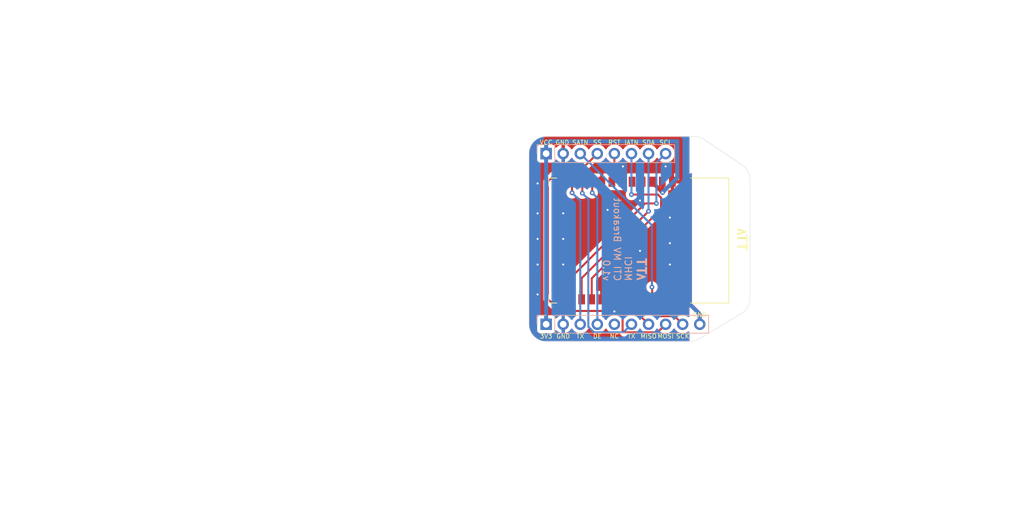
<source format=kicad_pcb>
(kicad_pcb (version 20240108) (generator "pcbnew") (generator_version "8.0")
  (layers (0 "F.Cu" signal) (31 "B.Cu" signal) (34 "B.Paste" user) (35 "F.Paste" user) (36 "B.SilkS" user "B.Silkscreen") (37 "F.SilkS" user "F.Silkscreen") (38 "B.Mask" user) (39 "F.Mask" user) (44 "Edge.Cuts" user))
  (net 0 "")
  (net 1 "SPI_MISO")
  (net 2 "CTI_RESET")
  (net 3 "SPI_SCK")
  (net 4 "I2C_nATTN")
  (net 5 "I2C_SCL")
  (net 6 "SPI_MOSI")
  (net 7 "GND")
  (net 8 "VCC")
  (net 9 "I2C_SDA")
  (net 10 "SPI_nSS")
  (net 11 "DMX_TX")
  (net 12 "SPI_nATTN")
  (net 13 "DMX_DE")
  (net 14 "DMX_RE")
  (net 15 "DMX_RX")
  (net 16 "/CTI_JTAG_TMS")
  (net 17 "/CTI_JTAG_TCK")
  (footprint "MHCI:CTI-5994" (layer "F.Cu") (at 191.5668 86.599996 -90)
    (property "Reference" "U2" (hide yes))
    (property "Value" "~")
    (fp_line (start -8.1 8.3) (end -9.3 8.3) (stroke (width 0.12)) (layer "F.SilkS"))
    (fp_line (start 8.1 8.3) (end 9.3 8.3) (stroke (width 0.12)) (layer "F.SilkS"))
    (fp_line (start -9.3 7.1) (end -9.3 8.3) (stroke (width 0.12)) (layer "F.SilkS"))
    (fp_line (start 9.3 7.1) (end 9.3 8.3) (stroke (width 0.12)) (layer "F.SilkS"))
    (fp_line (start 9.3 -12.8) (end 9.3 -18.4) (stroke (width 0.12)) (layer "F.SilkS"))
    (fp_line (start 9.3 -18.4) (end 9.3 -18.5) (stroke (width 0.12)) (layer "F.SilkS"))
    (fp_line (start -9.3 -18.5) (end -9.3 -12.8) (stroke (width 0.12)) (layer "F.SilkS"))
    (fp_line (start 9.3 -18.5) (end -9.3 -18.5) (stroke (width 0.12)) (layer "F.SilkS"))
    (pad "1" smd rect (at -8.75 -10.1 270) (size 1.5 1) (layers "F.Cu" "F.Paste" "F.Mask") (net 7 "GND"))
    (pad "2" smd rect (at -8.75 -8.6 270) (size 1.5 1) (layers "F.Cu" "F.Paste" "F.Mask") (net 8 "VCC"))
    (pad "3" smd rect (at -8.75 -7.1 270) (size 1.5 1) (layers "F.Cu" "F.Paste" "F.Mask") (net 8 "VCC"))
    (pad "4" smd rect (at -8.75 -5.6 270) (size 1.5 1) (layers "F.Cu" "F.Paste" "F.Mask") (net 7 "GND"))
    (pad "5" smd rect (at -8.75 -4.1 270) (size 1.5 1) (layers "F.Cu" "F.Paste" "F.Mask") (net 16 "/CTI_JTAG_TMS"))
    (pad "6" smd rect (at -8.75 -2.6 270) (size 1.5 1) (layers "F.Cu" "F.Paste" "F.Mask") (net 17 "/CTI_JTAG_TCK"))
    (pad "7" smd rect (at -8.75 -1.1 270) (size 1.5 1) (layers "F.Cu" "F.Paste" "F.Mask") (net 2 "CTI_RESET"))
    (pad "8" smd rect (at -8.75 0.4 270) (size 1.5 1) (layers "F.Cu" "F.Paste" "F.Mask") (net 7 "GND"))
    (pad "9" smd rect (at -8.75 1.9 270) (size 1.5 1) (layers "F.Cu" "F.Paste" "F.Mask") (net 13 "DMX_DE"))
    (pad "10" smd rect (at -8.75 3.4 270) (size 1.5 1) (layers "F.Cu" "F.Paste" "F.Mask") (net 15 "DMX_RX"))
    (pad "11" smd rect (at -8.75 4.9 270) (size 1.5 1) (layers "F.Cu" "F.Paste" "F.Mask") (net 11 "DMX_TX"))
    (pad "12" smd rect (at -8.75 6.4 270) (size 1.5 1) (layers "F.Cu" "F.Paste" "F.Mask") (net 7 "GND"))
    (pad "13" smd rect (at 8.75 6.4 270) (size 1.5 1) (layers "F.Cu" "F.Paste" "F.Mask") (net 7 "GND"))
    (pad "14" smd rect (at 8.75 4.9 270) (size 1.5 1) (layers "F.Cu" "F.Paste" "F.Mask") (net 5 "I2C_SCL"))
    (pad "15" smd rect (at 8.75 3.4 270) (size 1.5 1) (layers "F.Cu" "F.Paste" "F.Mask") (net 9 "I2C_SDA"))
    (pad "16" smd rect (at 8.75 1.9 270) (size 1.5 1) (layers "F.Cu" "F.Paste" "F.Mask") (net 4 "I2C_nATTN"))
    (pad "17" smd rect (at 8.75 0.4 270) (size 1.5 1) (layers "F.Cu" "F.Paste" "F.Mask") (net 7 "GND"))
    (pad "18" smd rect (at 8.75 -1.1 270) (size 1.5 1) (layers "F.Cu" "F.Paste" "F.Mask") (net 10 "SPI_nSS"))
    (pad "19" smd rect (at 8.75 -2.6 270) (size 1.5 1) (layers "F.Cu" "F.Paste" "F.Mask") (net 6 "SPI_MOSI"))
    (pad "20" smd rect (at 8.75 -4.1 270) (size 1.5 1) (layers "F.Cu" "F.Paste" "F.Mask") (net 1 "SPI_MISO"))
    (pad "21" smd rect (at 8.75 -5.6 270) (size 1.5 1) (layers "F.Cu" "F.Paste" "F.Mask") (net 3 "SPI_SCK"))
    (pad "22" smd rect (at 8.75 -7.1 270) (size 1.5 1) (layers "F.Cu" "F.Paste" "F.Mask") (net 12 "SPI_nATTN"))
    (pad "23" smd rect (at 8.75 -8.6 270) (size 1.5 1) (layers "F.Cu" "F.Paste" "F.Mask") (net 7 "GND"))
    (pad "24" smd rect (at 8.75 -10.1 270) (size 1.5 1) (layers "F.Cu" "F.Paste" "F.Mask") (net 7 "GND"))
    (zone (net 0) (net_name "") (layer "F.Cu") (name "Antenna Zone") (connect_pads (clearance 0)) (min_thickness 0.25)
      (keepout (tracks allowed) (vias not_allowed) (pads not_allowed) (copperpour not_allowed) (footprints not_allowed))
      (fill (thermal_gap 0.5) (thermal_bridge_width 0.5))
      (polygon (pts (xy 204.5668 105.599996) (xy 219.7668 105.599996) (xy 219.7668 67.599996) (xy 204.5668 67.599996)))
    )
  )
  (footprint "Connector_PinHeader_2.54mm:PinHeader_1x08_P2.54mm_Vertical" (layer "B.Cu") (at 182.88 73.66 -90)
    (property "Reference" "J2" (hide yes))
    (property "Value" "Conn_01x08")
    (fp_line (start -1.33 1.33) (end -1.33 0) (stroke (width 0.12)) (layer "B.SilkS"))
    (fp_line (start 0 1.33) (end -1.33 1.33) (stroke (width 0.12)) (layer "B.SilkS"))
    (fp_line (start 1.33 -1.27) (end -1.33 -1.27) (stroke (width 0.12)) (layer "B.SilkS"))
    (fp_line (start -1.33 -19.11) (end -1.33 -1.27) (stroke (width 0.12)) (layer "B.SilkS"))
    (fp_line (start 1.33 -19.11) (end 1.33 -1.27) (stroke (width 0.12)) (layer "B.SilkS"))
    (fp_line (start 1.33 -19.11) (end -1.33 -19.11) (stroke (width 0.12)) (layer "B.SilkS"))
    (pad "1" thru_hole rect (at 0 0 270) (size 1.7 1.7) (drill 1) (layers "*.Cu" "*.Mask") (net 8 "VCC"))
    (pad "2" thru_hole oval (at 0 -2.54 270) (size 1.7 1.7) (drill 1) (layers "*.Cu" "*.Mask") (net 7 "GND"))
    (pad "3" thru_hole oval (at 0 -5.08 270) (size 1.7 1.7) (drill 1) (layers "*.Cu" "*.Mask") (net 12 "SPI_nATTN"))
    (pad "4" thru_hole oval (at 0 -7.62 270) (size 1.7 1.7) (drill 1) (layers "*.Cu" "*.Mask") (net 10 "SPI_nSS"))
    (pad "5" thru_hole oval (at 0 -10.16 270) (size 1.7 1.7) (drill 1) (layers "*.Cu" "*.Mask") (net 2 "CTI_RESET"))
    (pad "6" thru_hole oval (at 0 -12.7 270) (size 1.7 1.7) (drill 1) (layers "*.Cu" "*.Mask") (net 4 "I2C_nATTN"))
    (pad "7" thru_hole oval (at 0 -15.24 270) (size 1.7 1.7) (drill 1) (layers "*.Cu" "*.Mask") (net 9 "I2C_SDA"))
    (pad "8" thru_hole oval (at 0 -17.78 270) (size 1.7 1.7) (drill 1) (layers "*.Cu" "*.Mask") (net 5 "I2C_SCL"))
  )
  (footprint "Connector_PinHeader_2.54mm:PinHeader_1x10_P2.54mm_Vertical" (layer "B.Cu") (at 182.88 99.06 -90)
    (property "Reference" "J1" (hide yes))
    (property "Value" "Conn_01x10")
    (fp_line (start -1.33 1.33) (end -1.33 0) (stroke (width 0.12)) (layer "B.SilkS"))
    (fp_line (start 0 1.33) (end -1.33 1.33) (stroke (width 0.12)) (layer "B.SilkS"))
    (fp_line (start 1.33 -1.27) (end -1.33 -1.27) (stroke (width 0.12)) (layer "B.SilkS"))
    (fp_line (start -1.33 -24.19) (end -1.33 -1.27) (stroke (width 0.12)) (layer "B.SilkS"))
    (fp_line (start 1.33 -24.19) (end 1.33 -1.27) (stroke (width 0.12)) (layer "B.SilkS"))
    (fp_line (start 1.33 -24.19) (end -1.33 -24.19) (stroke (width 0.12)) (layer "B.SilkS"))
    (pad "1" thru_hole rect (at 0 0 270) (size 1.7 1.7) (drill 1) (layers "*.Cu" "*.Mask") (net 8 "VCC"))
    (pad "2" thru_hole oval (at 0 -2.54 270) (size 1.7 1.7) (drill 1) (layers "*.Cu" "*.Mask") (net 7 "GND"))
    (pad "3" thru_hole oval (at 0 -5.08 270) (size 1.7 1.7) (drill 1) (layers "*.Cu" "*.Mask") (net 11 "DMX_TX"))
    (pad "4" thru_hole oval (at 0 -7.62 270) (size 1.7 1.7) (drill 1) (layers "*.Cu" "*.Mask") (net 13 "DMX_DE"))
    (pad "5" thru_hole oval (at 0 -10.16 270) (size 1.7 1.7) (drill 1) (layers "*.Cu" "*.Mask") (net 14 "DMX_RE"))
    (pad "6" thru_hole oval (at 0 -12.7 270) (size 1.7 1.7) (drill 1) (layers "*.Cu" "*.Mask") (net 15 "DMX_RX"))
    (pad "7" thru_hole oval (at 0 -15.24 270) (size 1.7 1.7) (drill 1) (layers "*.Cu" "*.Mask") (net 1 "SPI_MISO"))
    (pad "8" thru_hole oval (at 0 -17.78 270) (size 1.7 1.7) (drill 1) (layers "*.Cu" "*.Mask") (net 6 "SPI_MOSI"))
    (pad "9" thru_hole oval (at 0 -20.32 270) (size 1.7 1.7) (drill 1) (layers "*.Cu" "*.Mask") (net 3 "SPI_SCK"))
    (pad "10" thru_hole oval (at 0 -22.86 270) (size 1.7 1.7) (drill 1) (layers "*.Cu" "*.Mask") (net 7 "GND"))
  )
  (gr_poly (pts (xy 196.361999 91.51) (xy 197.672 91.95) (xy 197.672 92.06) (xy 196.362 92.5) (xy 196.361999 92.27) (xy 197.232 92.01) (xy 196.362 91.74)) (stroke (width 0.05)) (fill solid) (layer "B.SilkS"))
  (gr_poly (pts (xy 211.327999 85.778) (xy 212.637999 85.338) (xy 212.638 85.228) (xy 211.328 84.788) (xy 211.327999 85.018) (xy 212.198 85.278) (xy 211.328 85.548)) (stroke (width 0.05)) (fill solid) (layer "F.SilkS"))
  (gr_line (start 213.221062 77.47) (end 213.221062 95.25) (stroke (width 0.05)) (layer "Edge.Cuts"))
  (gr_arc (start 213.221062 95.25) (mid 212.841715 96.585357) (end 211.816985 97.521845) (stroke (width 0.05)) (layer "Edge.Cuts"))
  (gr_line (start 212.09 75.356592) (end 206.375 71.546592) (stroke (width 0.05)) (layer "Edge.Cuts"))
  (gr_arc (start 205.74 101.173408) (mid 205.067113 101.491014) (end 204.331062 101.6) (stroke (width 0.05)) (layer "Edge.Cuts"))
  (gr_line (start 205.74 101.173408) (end 211.816985 97.521845) (stroke (width 0.05)) (layer "Edge.Cuts"))
  (gr_line (start 204.331062 101.6) (end 182.88 101.6) (stroke (width 0.05)) (layer "Edge.Cuts"))
  (gr_line (start 182.88 71.12) (end 204.966062 71.12) (stroke (width 0.05)) (layer "Edge.Cuts"))
  (gr_arc (start 212.09 75.356592) (mid 212.920515 76.271481) (end 213.221062 77.47) (stroke (width 0.05)) (layer "Edge.Cuts"))
  (gr_arc (start 204.966062 71.12) (mid 205.702113 71.228986) (end 206.375 71.546592) (stroke (width 0.05)) (layer "Edge.Cuts"))
  (gr_arc (start 180.34 73.66) (mid 181.083949 71.863949) (end 182.88 71.12) (stroke (width 0.05)) (layer "Edge.Cuts"))
  (gr_line (start 180.34 99.06) (end 180.34 73.66) (stroke (width 0.05)) (layer "Edge.Cuts"))
  (gr_arc (start 182.88 101.6) (mid 181.083949 100.856051) (end 180.34 99.06) (stroke (width 0.05)) (layer "Edge.Cuts"))
  (gr_text "TT" (at 196.972 90.42 -90) (layer "B.SilkS") (effects (font (size 1.5 1.5) (thickness 0.3) (bold yes)) (justify mirror)))
  (gr_text "MHCI\nCTI MV Breakout\nv1.0" (at 191.262 92.71 -90) (layer "B.SilkS") (effects (font (size 1 1)) (justify left bottom mirror)))
  (gr_text "SCL" (at 200.66 72.39 0) (layer "F.SilkS") (effects (font (size 0.66 0.66) (thickness 0.1)) (justify bottom)))
  (gr_text "MISO" (at 198.12 100.457 0) (layer "F.SilkS") (effects (font (size 0.66 0.66) (thickness 0.1)) (justify top)))
  (gr_text "NC" (at 193.04 100.457 0) (layer "F.SilkS") (effects (font (size 0.66 0.66) (thickness 0.1)) (justify top)))
  (gr_text "GND" (at 185.293 72.39 0) (layer "F.SilkS") (effects (font (size 0.66 0.66) (thickness 0.1)) (justify bottom)))
  (gr_text "GND" (at 205.74 97.282 0) (layer "F.SilkS") (effects (font (size 0.66 0.66) (thickness 0.1)) (justify top)))
  (gr_text "3V3" (at 182.88 100.457 0) (layer "F.SilkS") (effects (font (size 0.66 0.66) (thickness 0.1)) (justify top)))
  (gr_text "RST" (at 193.04 72.39 0) (layer "F.SilkS") (effects (font (size 0.66 0.66) (thickness 0.1)) (justify bottom)))
  (gr_text "VCC" (at 182.88 72.39 0) (layer "F.SilkS") (effects (font (size 0.66 0.66) (thickness 0.1)) (justify bottom)))
  (gr_text "MOSI" (at 200.66 100.457 0) (layer "F.SilkS") (effects (font (size 0.66 0.66) (thickness 0.1)) (justify top)))
  (gr_text "TT" (at 211.938 86.868 -90) (layer "F.SilkS") (effects (font (size 1.5 1.5) (thickness 0.3) (bold yes))))
  (gr_text "SCK" (at 203.2 100.457 0) (layer "F.SilkS") (effects (font (size 0.66 0.66) (thickness 0.1)) (justify top)))
  (gr_text "TX" (at 187.96 100.457 0) (layer "F.SilkS") (effects (font (size 0.66 0.66) (thickness 0.1)) (justify top)))
  (gr_text "IATN" (at 195.58 72.39 0) (layer "F.SilkS") (effects (font (size 0.66 0.66) (thickness 0.1)) (justify bottom)))
  (gr_text "SDA" (at 198.12 72.39 0) (layer "F.SilkS") (effects (font (size 0.66 0.66) (thickness 0.1)) (justify bottom)))
  (gr_text "TX" (at 195.58 100.457 0) (layer "F.SilkS") (effects (font (size 0.66 0.66) (thickness 0.1)) (justify top)))
  (gr_text "DE" (at 190.5 100.457 0) (layer "F.SilkS") (effects (font (size 0.66 0.66) (thickness 0.1)) (justify top)))
  (gr_text "SS" (at 190.5 72.39 0) (layer "F.SilkS") (effects (font (size 0.66 0.66) (thickness 0.1)) (justify bottom)))
  (gr_text "SATN" (at 187.96 72.39 0) (layer "F.SilkS") (effects (font (size 0.66 0.66) (thickness 0.1)) (justify bottom)))
  (gr_text "GND" (at 185.42 100.457 0) (layer "F.SilkS") (effects (font (size 0.66 0.66) (thickness 0.1)) (justify top)))
  (segment (start 195.6668 96.6068) (end 195.6668 95.349996) (width 0.3) (layer "F.Cu") (net 1))
  (segment (start 198.12 99.06) (end 195.6668 96.6068) (width 0.3) (layer "F.Cu") (net 1))
  (segment (start 193.04 77.476796) (end 192.6668 77.849996) (width 0.3) (layer "F.Cu") (net 2))
  (segment (start 193.04 73.66) (end 193.04 77.476796) (width 0.3) (layer "F.Cu") (net 2))
  (segment (start 199.3584 97.86) (end 197.1668 95.6684) (width 0.3) (layer "F.Cu") (net 3))
  (segment (start 197.1668 95.6684) (end 197.1668 95.349996) (width 0.3) (layer "F.Cu") (net 3))
  (segment (start 203.2 99.06) (end 202 97.86) (width 0.3) (layer "F.Cu") (net 3))
  (segment (start 202 97.86) (end 199.3584 97.86) (width 0.3) (layer "F.Cu") (net 3))
  (segment (start 189.6668 92.2224) (end 199.9884 81.9008) (width 0.3) (layer "F.Cu") (net 4))
  (segment (start 199.9884 81.9008) (end 199.9884 80.22805) (width 0.3) (layer "F.Cu") (net 4))
  (segment (start 199.9884 80.22805) (end 199.51635 79.756) (width 0.3) (layer "F.Cu") (net 4))
  (segment (start 199.51635 79.756) (end 195.58 79.756) (width 0.3) (layer "F.Cu") (net 4))
  (segment (start 189.6668 95.349996) (end 189.6668 92.2224) (width 0.3) (layer "F.Cu") (net 4))
  (via (at 195.58 79.756) (size 0.7) (drill 0.3) (layers "F.Cu" "B.Cu") (net 4))
  (segment (start 195.58 79.756) (end 195.58 73.66) (width 0.3) (layer "B.Cu") (net 4))
  (segment (start 197.612 81.0768) (end 186.6668 92.022) (width 0.3) (layer "F.Cu") (net 5))
  (segment (start 199.2884 81.0768) (end 197.612 81.0768) (width 0.3) (layer "F.Cu") (net 5))
  (segment (start 186.6668 92.022) (end 186.6668 95.349996) (width 0.3) (layer "F.Cu") (net 5))
  (via (at 199.2884 81.0768) (size 0.7) (drill 0.3) (layers "F.Cu" "B.Cu") (net 5))
  (segment (start 199.2884 75.0316) (end 200.66 73.66) (width 0.3) (layer "B.Cu") (net 5))
  (segment (start 199.2884 81.0768) (end 199.2884 75.0316) (width 0.3) (layer "B.Cu") (net 5))
  (segment (start 194.2592 95.442396) (end 194.1668 95.349996) (width 0.3) (layer "F.Cu") (net 6))
  (segment (start 199.46 100.26) (end 194.544799 100.26) (width 0.3) (layer "F.Cu") (net 6))
  (segment (start 194.544799 100.26) (end 194.2592 99.974401) (width 0.3) (layer "F.Cu") (net 6))
  (segment (start 194.2592 99.974401) (end 194.2592 95.442396) (width 0.3) (layer "F.Cu") (net 6))
  (segment (start 200.66 99.06) (end 199.46 100.26) (width 0.3) (layer "F.Cu") (net 6))
  (segment (start 205.74 99.06) (end 205.74 97.549937) (width 0.6) (layer "F.Cu") (net 7))
  (segment (start 205.74 97.549937) (end 204.202063 96.012) (width 0.6) (layer "F.Cu") (net 7))
  (segment (start 204.202063 96.012) (end 203.454 96.012) (width 0.6) (layer "F.Cu") (net 7))
  (via (at 181.61 94.615) (size 0.7) (drill 0.3) (layers "F.Cu" "B.Cu") (net 7))
  (via (at 185.42 82.55) (size 0.7) (drill 0.3) (layers "F.Cu" "B.Cu") (net 7))
  (via (at 193.04 97.155) (size 0.7) (drill 0.3) (layers "F.Cu" "B.Cu") (net 7))
  (via (at 181.61 90.17) (size 0.7) (drill 0.3) (layers "F.Cu" "B.Cu") (net 7))
  (via (at 201.295 90.17) (size 0.7) (drill 0.3) (layers "F.Cu" "B.Cu") (net 7))
  (via (at 185.42 90.17) (size 0.7) (drill 0.3) (layers "F.Cu" "B.Cu") (net 7))
  (via (at 192.024 82.042) (size 0.7) (drill 0.3) (layers "F.Cu" "B.Cu") (net 7))
  (via (at 194.31 75.565) (size 0.7) (drill 0.3) (layers "F.Cu" "B.Cu") (net 7))
  (via (at 181.61 82.55) (size 0.7) (drill 0.3) (layers "F.Cu" "B.Cu") (net 7))
  (via (at 200.66 75.565) (size 0.7) (drill 0.3) (layers "F.Cu" "B.Cu") (net 7))
  (via (at 185.42 86.36) (size 0.7) (drill 0.3) (layers "F.Cu" "B.Cu") (net 7))
  (via (at 196.85 80.645) (size 0.7) (drill 0.3) (layers "F.Cu" "B.Cu") (net 7))
  (via (at 201.295 83.185) (size 0.7) (drill 0.3) (layers "F.Cu" "B.Cu") (net 7))
  (via (at 181.61 86.36) (size 0.7) (drill 0.3) (layers "F.Cu" "B.Cu") (net 7))
  (via (at 196.85 88.138) (size 0.7) (drill 0.3) (layers "F.Cu" "B.Cu") (net 7))
  (via (at 201.295 86.995) (size 0.7) (drill 0.3) (layers "F.Cu" "B.Cu") (net 7))
  (via (at 181.61 78.105) (size 0.7) (drill 0.3) (layers "F.Cu" "B.Cu") (net 7))
  (segment (start 205.74 97.549937) (end 204.202063 96.012) (width 0.6) (layer "B.Cu") (net 7))
  (segment (start 204.202063 96.012) (end 203.454 96.012) (width 0.6) (layer "B.Cu") (net 7))
  (segment (start 205.74 99.06) (end 205.74 97.549937) (width 0.6) (layer "B.Cu") (net 7))
  (segment (start 200.2028 79.4512) (end 200.2028 77.885996) (width 0.6) (layer "F.Cu") (net 8))
  (segment (start 198.6668 77.849996) (end 198.6668 77.9152) (width 0.6) (layer "F.Cu") (net 8))
  (segment (start 198.6668 77.9152) (end 200.2028 79.4512) (width 0.6) (layer "F.Cu") (net 8))
  (segment (start 200.2028 77.885996) (end 200.1668 77.849996) (width 0.6) (layer "F.Cu") (net 8))
  (via (at 200.2028 79.4512) (size 0.7) (drill 0.3) (layers "F.Cu" "B.Cu") (net 8))
  (segment (start 202.3872 71.8312) (end 202.3872 77.2668) (width 0.6) (layer "B.Cu") (net 8))
  (segment (start 202.3872 77.2668) (end 200.2028 79.4512) (width 0.6) (layer "B.Cu") (net 8))
  (segment (start 182.88 99.06) (end 182.88 73.66) (width 0.6) (layer "B.Cu") (net 8))
  (segment (start 183.2588 71.8312) (end 202.3872 71.8312) (width 0.6) (layer "B.Cu") (net 8))
  (segment (start 182.88 72.21) (end 183.2588 71.8312) (width 0.6) (layer "B.Cu") (net 8))
  (segment (start 182.88 73.66) (end 182.88 72.21) (width 0.6) (layer "B.Cu") (net 8))
  (segment (start 188.1668 92.1984) (end 188.1668 95.349996) (width 0.3) (layer "F.Cu") (net 9))
  (segment (start 198.12 82.2452) (end 188.1668 92.1984) (width 0.3) (layer "F.Cu") (net 9))
  (via (at 198.12 82.2452) (size 0.7) (drill 0.3) (layers "F.Cu" "B.Cu") (net 9))
  (segment (start 198.12 82.2452) (end 198.12 73.66) (width 0.3) (layer "B.Cu") (net 9))
  (segment (start 192.6668 95.349996) (end 192.6668 95.599996) (width 0.3) (layer "F.Cu") (net 10))
  (segment (start 191.187996 97.0788) (end 184.912 97.0788) (width 0.3) (layer "F.Cu") (net 10))
  (segment (start 187.7568 76.4032) (end 190.5 73.66) (width 0.3) (layer "F.Cu") (net 10))
  (segment (start 183.134 95.3008) (end 183.134 77.8256) (width 0.3) (layer "F.Cu") (net 10))
  (segment (start 184.912 97.0788) (end 183.134 95.3008) (width 0.3) (layer "F.Cu") (net 10))
  (segment (start 192.6668 95.599996) (end 191.187996 97.0788) (width 0.3) (layer "F.Cu") (net 10))
  (segment (start 183.134 77.8256) (end 184.5564 76.4032) (width 0.3) (layer "F.Cu") (net 10))
  (segment (start 184.5564 76.4032) (end 187.7568 76.4032) (width 0.3) (layer "F.Cu") (net 10))
  (segment (start 186.7408 77.923996) (end 186.6668 77.849996) (width 0.3) (layer "F.Cu") (net 11))
  (segment (start 186.7408 79.502) (end 186.7408 77.923996) (width 0.3) (layer "F.Cu") (net 11))
  (via (at 186.7408 79.502) (size 0.7) (drill 0.3) (layers "F.Cu" "B.Cu") (net 11))
  (segment (start 187.96 80.7212) (end 186.7408 79.502) (width 0.3) (layer "B.Cu") (net 11))
  (segment (start 187.96 99.06) (end 187.96 80.7212) (width 0.3) (layer "B.Cu") (net 11))
  (segment (start 198.6668 93.5616) (end 198.628 93.5228) (width 0.3) (layer "F.Cu") (net 12))
  (segment (start 198.6668 95.349996) (end 198.6668 93.5616) (width 0.3) (layer "F.Cu") (net 12))
  (via (at 198.628 93.5228) (size 0.7) (drill 0.3) (layers "F.Cu" "B.Cu") (net 12))
  (segment (start 198.628 93.5228) (end 198.628 84.328) (width 0.3) (layer "B.Cu") (net 12))
  (segment (start 198.628 84.328) (end 187.96 73.66) (width 0.3) (layer "B.Cu") (net 12))
  (segment (start 189.738 77.921196) (end 189.6668 77.849996) (width 0.3) (layer "F.Cu") (net 13))
  (segment (start 189.738 79.502) (end 189.738 77.921196) (width 0.3) (layer "F.Cu") (net 13))
  (via (at 189.738 79.502) (size 0.7) (drill 0.3) (layers "F.Cu" "B.Cu") (net 13))
  (segment (start 190.5 80.264) (end 189.738 79.502) (width 0.3) (layer "B.Cu") (net 13))
  (segment (start 190.5 99.06) (end 190.5 80.264) (width 0.3) (layer "B.Cu") (net 13))
  (segment (start 188.2648 77.947996) (end 188.1668 77.849996) (width 0.3) (layer "F.Cu") (net 15))
  (segment (start 188.2648 79.5528) (end 188.2648 77.947996) (width 0.3) (layer "F.Cu") (net 15))
  (via (at 188.2648 79.5528) (size 0.7) (drill 0.3) (layers "F.Cu" "B.Cu") (net 15))
  (segment (start 190.002943 100.26) (end 189.16 99.417057) (width 0.3) (layer "B.Cu") (net 15))
  (segment (start 194.38 100.26) (end 190.002943 100.26) (width 0.3) (layer "B.Cu") (net 15))
  (segment (start 189.16 99.417057) (end 189.16 80.448) (width 0.3) (layer "B.Cu") (net 15))
  (segment (start 189.16 80.448) (end 188.2648 79.5528) (width 0.3) (layer "B.Cu") (net 15))
  (segment (start 195.58 99.06) (end 194.38 100.26) (width 0.3) (layer "B.Cu") (net 15))
  (zone (net 7) (net_name "GND") (layers "F&B.Cu") (connect_pads (clearance 0.5)) (min_thickness 0.25) (fill yes (thermal_gap 0.5) (thermal_bridge_width 0.5))
    (polygon (pts (xy 254 50.8) (xy 101.6 50.8) (xy 101.6 127) (xy 254 127)))
  )
  (zone (net 0) (net_name "") (layer "B.Cu") (connect_pads (clearance 0)) (min_thickness 0.25)
    (keepout (tracks allowed) (vias not_allowed) (pads not_allowed) (copperpour not_allowed) (footprints allowed))
    (fill (thermal_gap 0.5) (thermal_bridge_width 0.5))
    (polygon (pts (xy 204.5668 67.599996) (xy 204.5668 105.599996) (xy 219.7668 105.599996) (xy 219.7668 67.599996)))
  )
)
</source>
